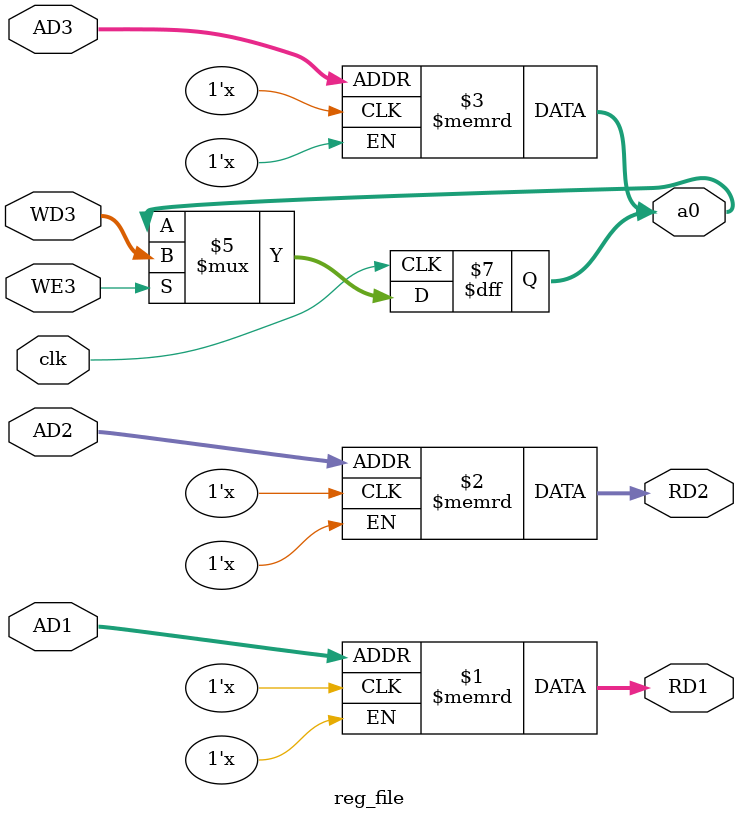
<source format=sv>
module reg_file#(
    parameter ADDRESS_WIDTH = 5,
    DATA_WIDTH = 32
)(
    input logic     clk,
    input logic     WE3, // write enable
    input logic     [ADDRESS_WIDTH-1:0] AD1, //address 1
    input logic     [ADDRESS_WIDTH-1:0] AD2, //address 2
    input logic     [ADDRESS_WIDTH-1:0] AD3, //address 3
    input logic     [DATA_WIDTH -1:0]   WD3, // write data(new sum from alu)
    output logic    [DATA_WIDTH -1:0]   RD1, // data output 1
    output logic    [DATA_WIDTH -1:0]   RD2, // data output 2
    output logic    [DATA_WIDTH -1:0]   a0   // 
);
    logic [31:0] regs[31:0];
 // Asynchronous Read Ports
    assign RD1 = regs[AD1];
    assign RD2 = regs[AD2];
    assign a0  = regs[AD3];

    // Synchronous Write Port
    always_ff @(posedge clk) begin
        if (WE3) 
            a0 <= WD3;
    end
endmodule
</source>
